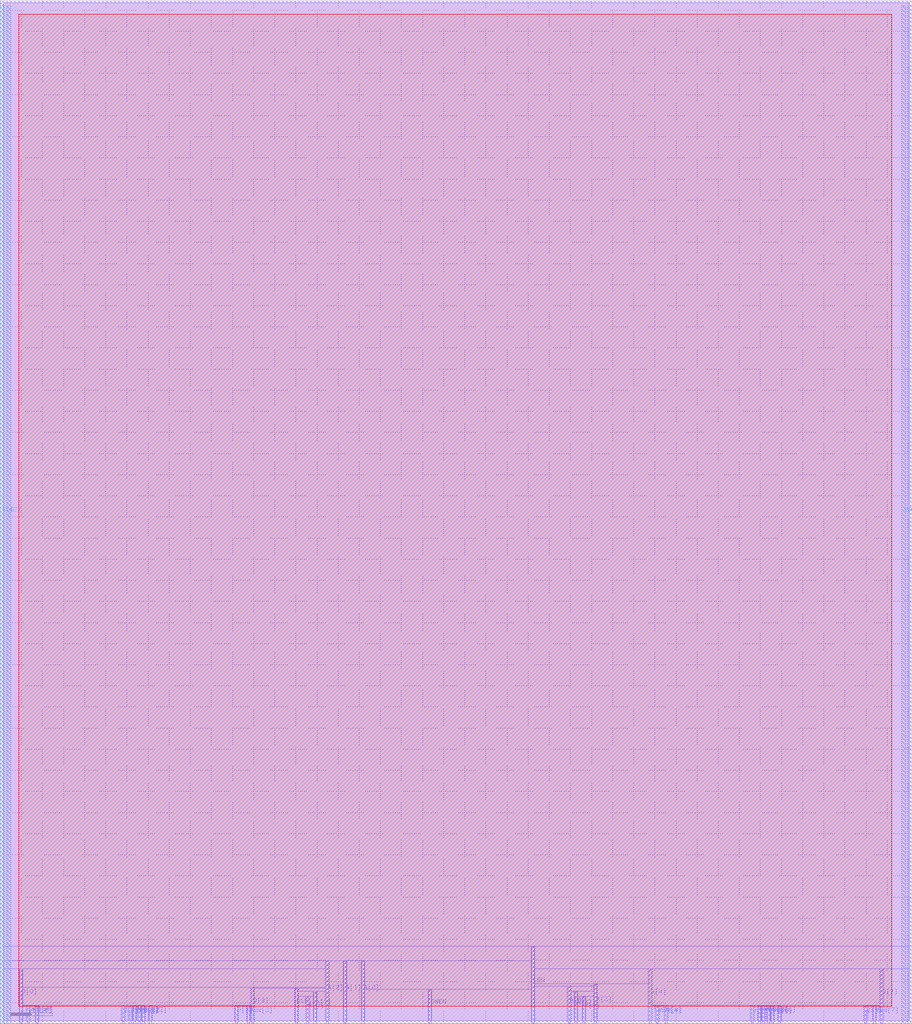
<source format=lef>
VERSION 5.7 ;
  NOWIREEXTENSIONATPIN ON ;
  DIVIDERCHAR "/" ;
  BUSBITCHARS "[]" ;
MACRO gf180_ram_512x8_wrapper
  CLASS BLOCK ;
  FOREIGN gf180_ram_512x8_wrapper ;
  ORIGIN 0.000 0.000 ;
  SIZE 431.860 BY 484.880 ;
  PIN A[0]
    DIRECTION INPUT ;
    USE SIGNAL ;
    ANTENNADIFFAREA 1.997600 ;
    PORT
      LAYER Metal2 ;
        RECT 171.215 0.000 172.335 29.595 ;
    END
  END A[0]
  PIN A[1]
    DIRECTION INPUT ;
    USE SIGNAL ;
    ANTENNADIFFAREA 1.997600 ;
    PORT
      LAYER Metal2 ;
        RECT 162.760 0.000 163.880 29.595 ;
    END
  END A[1]
  PIN A[2]
    DIRECTION INPUT ;
    USE SIGNAL ;
    ANTENNADIFFAREA 1.997600 ;
    PORT
      LAYER Metal2 ;
        RECT 154.295 0.000 155.415 29.595 ;
    END
  END A[2]
  PIN A[3]
    DIRECTION INPUT ;
    USE SIGNAL ;
    ANTENNADIFFAREA 1.997600 ;
    PORT
      LAYER Metal2 ;
        RECT 281.325 0.000 282.445 18.645 ;
    END
  END A[3]
  PIN A[4]
    DIRECTION INPUT ;
    USE SIGNAL ;
    ANTENNADIFFAREA 1.997600 ;
    PORT
      LAYER Metal2 ;
        RECT 275.820 0.000 276.940 12.700 ;
    END
  END A[4]
  PIN A[5]
    DIRECTION INPUT ;
    USE SIGNAL ;
    ANTENNADIFFAREA 1.997600 ;
    PORT
      LAYER Metal2 ;
        RECT 272.085 0.000 273.205 15.120 ;
    END
  END A[5]
  PIN A[6]
    DIRECTION INPUT ;
    USE SIGNAL ;
    ANTENNADIFFAREA 1.997600 ;
    PORT
      LAYER Metal2 ;
        RECT 268.860 0.000 269.980 17.355 ;
    END
  END A[6]
  PIN A[7]
    DIRECTION INPUT ;
    USE SIGNAL ;
    ANTENNADIFFAREA 1.997600 ;
    PORT
      LAYER Metal2 ;
        RECT 148.525 0.000 149.645 15.020 ;
    END
  END A[7]
  PIN A[8]
    DIRECTION INPUT ;
    USE SIGNAL ;
    ANTENNADIFFAREA 1.997600 ;
    PORT
      LAYER Metal2 ;
        RECT 145.030 0.000 146.150 12.620 ;
    END
  END A[8]
  PIN CEN
    DIRECTION INPUT ;
    USE SIGNAL ;
    ANTENNADIFFAREA 1.997600 ;
    PORT
      LAYER Metal2 ;
        RECT 251.710 0.000 252.830 36.390 ;
    END
  END CEN
  PIN CLK
    DIRECTION INPUT ;
    USE SIGNAL ;
    ANTENNAGATEAREA 44.706600 ;
    PORT
      LAYER Metal2 ;
        RECT 139.680 0.000 140.800 16.615 ;
    END
  END CLK
  PIN D[0]
    DIRECTION INPUT ;
    USE SIGNAL ;
    ANTENNAGATEAREA 1.152000 ;
    PORT
      LAYER Metal2 ;
        RECT 9.320 0.000 10.440 25.675 ;
    END
  END D[0]
  PIN D[1]
    DIRECTION INPUT ;
    USE SIGNAL ;
    ANTENNAGATEAREA 1.152000 ;
    PORT
      LAYER Metal2 ;
        RECT 61.030 0.000 62.150 8.505 ;
    END
  END D[1]
  PIN D[2]
    DIRECTION INPUT ;
    USE SIGNAL ;
    ANTENNAGATEAREA 1.152000 ;
    PORT
      LAYER Metal2 ;
        RECT 67.270 0.000 68.390 8.505 ;
    END
  END D[2]
  PIN D[3]
    DIRECTION INPUT ;
    USE SIGNAL ;
    ANTENNAGATEAREA 1.152000 ;
    PORT
      LAYER Metal2 ;
        RECT 118.975 0.000 120.095 16.910 ;
    END
  END D[3]
  PIN D[4]
    DIRECTION INPUT ;
    USE SIGNAL ;
    ANTENNAGATEAREA 1.152000 ;
    PORT
      LAYER Metal2 ;
        RECT 307.235 0.000 308.355 25.675 ;
    END
  END D[4]
  PIN D[5]
    DIRECTION INPUT ;
    USE SIGNAL ;
    ANTENNAGATEAREA 1.152000 ;
    PORT
      LAYER Metal2 ;
        RECT 358.910 0.000 360.030 8.505 ;
    END
  END D[5]
  PIN D[6]
    DIRECTION INPUT ;
    USE SIGNAL ;
    ANTENNAGATEAREA 1.152000 ;
    PORT
      LAYER Metal2 ;
        RECT 365.150 0.000 366.270 8.505 ;
    END
  END D[6]
  PIN D[7]
    DIRECTION INPUT ;
    USE SIGNAL ;
    ANTENNAGATEAREA 1.152000 ;
    PORT
      LAYER Metal2 ;
        RECT 416.860 0.000 417.980 25.675 ;
    END
  END D[7]
  PIN GWEN
    DIRECTION INPUT ;
    USE SIGNAL ;
    ANTENNAGATEAREA 14.466000 ;
    PORT
      LAYER Metal2 ;
        RECT 202.940 0.000 204.060 16.150 ;
    END
  END GWEN
  PIN Q[0]
    DIRECTION OUTPUT ;
    USE SIGNAL ;
    ANTENNADIFFAREA 11.328000 ;
    PORT
      LAYER Metal2 ;
        RECT 16.900 0.000 18.020 8.505 ;
    END
  END Q[0]
  PIN Q[1]
    DIRECTION OUTPUT ;
    USE SIGNAL ;
    ANTENNADIFFAREA 11.328000 ;
    PORT
      LAYER Metal2 ;
        RECT 57.665 0.000 58.785 8.505 ;
    END
  END Q[1]
  PIN Q[2]
    DIRECTION OUTPUT ;
    USE SIGNAL ;
    ANTENNADIFFAREA 11.328000 ;
    PORT
      LAYER Metal2 ;
        RECT 70.635 0.000 71.755 8.505 ;
    END
  END Q[2]
  PIN Q[3]
    DIRECTION OUTPUT ;
    USE SIGNAL ;
    ANTENNADIFFAREA 11.328000 ;
    PORT
      LAYER Metal2 ;
        RECT 111.395 0.000 112.515 8.505 ;
    END
  END Q[3]
  PIN Q[4]
    DIRECTION OUTPUT ;
    USE SIGNAL ;
    ANTENNADIFFAREA 11.328000 ;
    PORT
      LAYER Metal2 ;
        RECT 314.790 0.000 315.910 8.505 ;
    END
  END Q[4]
  PIN Q[5]
    DIRECTION OUTPUT ;
    USE SIGNAL ;
    ANTENNADIFFAREA 11.328000 ;
    PORT
      LAYER Metal2 ;
        RECT 355.545 0.000 356.665 8.505 ;
    END
  END Q[5]
  PIN Q[6]
    DIRECTION OUTPUT ;
    USE SIGNAL ;
    ANTENNADIFFAREA 11.328000 ;
    PORT
      LAYER Metal2 ;
        RECT 368.515 0.000 369.635 8.505 ;
    END
  END Q[6]
  PIN Q[7]
    DIRECTION OUTPUT ;
    USE SIGNAL ;
    ANTENNADIFFAREA 11.328000 ;
    PORT
      LAYER Metal2 ;
        RECT 409.275 0.000 410.395 8.505 ;
    END
  END Q[7]
  PIN VDD
    DIRECTION INOUT ;
    USE POWER ;
    PORT
      LAYER Metal4 ;
        RECT 0.000 0.000 2.000 482.160 ;
    END
    PORT
      LAYER Metal4 ;
        RECT 426.800 0.000 428.800 482.160 ;
    END
  END VDD
  PIN VSS
    DIRECTION INOUT ;
    USE GROUND ;
    PORT
      LAYER Metal4 ;
        RECT 3.000 0.000 5.000 482.160 ;
    END
    PORT
      LAYER Metal4 ;
        RECT 429.800 0.000 431.800 482.160 ;
    END
  END VSS
  PIN WEN[0]
    DIRECTION INPUT ;
    USE SIGNAL ;
    ANTENNAGATEAREA 1.938000 ;
    PORT
      LAYER Metal2 ;
        RECT 12.695 0.000 13.815 8.185 ;
    END
  END WEN[0]
  PIN WEN[1]
    DIRECTION INPUT ;
    USE SIGNAL ;
    ANTENNAGATEAREA 1.938000 ;
    PORT
      LAYER Metal2 ;
        RECT 63.020 0.000 64.140 8.185 ;
    END
  END WEN[1]
  PIN WEN[2]
    DIRECTION INPUT ;
    USE SIGNAL ;
    ANTENNAGATEAREA 1.938000 ;
    PORT
      LAYER Metal2 ;
        RECT 65.270 0.000 66.390 8.185 ;
    END
  END WEN[2]
  PIN WEN[3]
    DIRECTION INPUT ;
    USE SIGNAL ;
    ANTENNAGATEAREA 1.938000 ;
    PORT
      LAYER Metal2 ;
        RECT 117.020 0.000 118.140 8.185 ;
    END
  END WEN[3]
  PIN WEN[4]
    DIRECTION INPUT ;
    USE SIGNAL ;
    ANTENNAGATEAREA 1.938000 ;
    PORT
      LAYER Metal2 ;
        RECT 310.575 0.000 311.695 8.185 ;
    END
  END WEN[4]
  PIN WEN[5]
    DIRECTION INPUT ;
    USE SIGNAL ;
    ANTENNAGATEAREA 1.938000 ;
    PORT
      LAYER Metal2 ;
        RECT 360.900 0.000 362.020 8.185 ;
    END
  END WEN[5]
  PIN WEN[6]
    DIRECTION INPUT ;
    USE SIGNAL ;
    ANTENNAGATEAREA 1.938000 ;
    PORT
      LAYER Metal2 ;
        RECT 363.150 0.000 364.270 8.185 ;
    END
  END WEN[6]
  PIN WEN[7]
    DIRECTION INPUT ;
    USE SIGNAL ;
    ANTENNAGATEAREA 1.938000 ;
    PORT
      LAYER Metal2 ;
        RECT 413.475 0.000 414.595 8.185 ;
    END
  END WEN[7]
  OBS
      LAYER Nwell ;
        RECT 8.870 8.245 422.170 477.950 ;
      LAYER Metal1 ;
        RECT 1.410 1.410 430.450 483.470 ;
      LAYER Metal2 ;
        RECT 1.410 36.690 430.450 483.470 ;
        RECT 1.410 29.895 251.410 36.690 ;
        RECT 1.410 25.975 153.995 29.895 ;
        RECT 1.410 1.410 9.020 25.975 ;
        RECT 10.740 17.210 153.995 25.975 ;
        RECT 10.740 8.805 118.675 17.210 ;
        RECT 10.740 8.485 16.600 8.805 ;
        RECT 10.740 1.410 12.395 8.485 ;
        RECT 14.115 1.410 16.600 8.485 ;
        RECT 18.320 1.410 57.365 8.805 ;
        RECT 59.085 1.410 60.730 8.805 ;
        RECT 62.450 8.485 66.970 8.805 ;
        RECT 62.450 1.410 62.720 8.485 ;
        RECT 64.440 1.410 64.970 8.485 ;
        RECT 66.690 1.410 66.970 8.485 ;
        RECT 68.690 1.410 70.335 8.805 ;
        RECT 72.055 1.410 111.095 8.805 ;
        RECT 112.815 8.485 118.675 8.805 ;
        RECT 112.815 1.410 116.720 8.485 ;
        RECT 118.440 1.410 118.675 8.485 ;
        RECT 120.395 16.915 153.995 17.210 ;
        RECT 120.395 1.410 139.380 16.915 ;
        RECT 141.100 15.320 153.995 16.915 ;
        RECT 141.100 12.920 148.225 15.320 ;
        RECT 141.100 1.410 144.730 12.920 ;
        RECT 146.450 1.410 148.225 12.920 ;
        RECT 149.945 1.410 153.995 15.320 ;
        RECT 155.715 1.410 162.460 29.895 ;
        RECT 164.180 1.410 170.915 29.895 ;
        RECT 172.635 16.450 251.410 29.895 ;
        RECT 172.635 1.410 202.640 16.450 ;
        RECT 204.360 1.410 251.410 16.450 ;
        RECT 253.130 25.975 430.450 36.690 ;
        RECT 253.130 18.945 306.935 25.975 ;
        RECT 253.130 17.655 281.025 18.945 ;
        RECT 253.130 1.410 268.560 17.655 ;
        RECT 270.280 15.420 281.025 17.655 ;
        RECT 270.280 1.410 271.785 15.420 ;
        RECT 273.505 13.000 281.025 15.420 ;
        RECT 273.505 1.410 275.520 13.000 ;
        RECT 277.240 1.410 281.025 13.000 ;
        RECT 282.745 1.410 306.935 18.945 ;
        RECT 308.655 8.805 416.560 25.975 ;
        RECT 308.655 8.485 314.490 8.805 ;
        RECT 308.655 1.410 310.275 8.485 ;
        RECT 311.995 1.410 314.490 8.485 ;
        RECT 316.210 1.410 355.245 8.805 ;
        RECT 356.965 1.410 358.610 8.805 ;
        RECT 360.330 8.485 364.850 8.805 ;
        RECT 360.330 1.410 360.600 8.485 ;
        RECT 362.320 1.410 362.850 8.485 ;
        RECT 364.570 1.410 364.850 8.485 ;
        RECT 366.570 1.410 368.215 8.805 ;
        RECT 369.935 1.410 408.975 8.805 ;
        RECT 410.695 8.485 416.560 8.805 ;
        RECT 410.695 1.410 413.175 8.485 ;
        RECT 414.895 1.410 416.560 8.485 ;
        RECT 418.280 1.410 430.450 25.975 ;
      LAYER Metal3 ;
        RECT 0.000 0.000 431.860 484.880 ;
  END
END gf180_ram_512x8_wrapper
END LIBRARY


</source>
